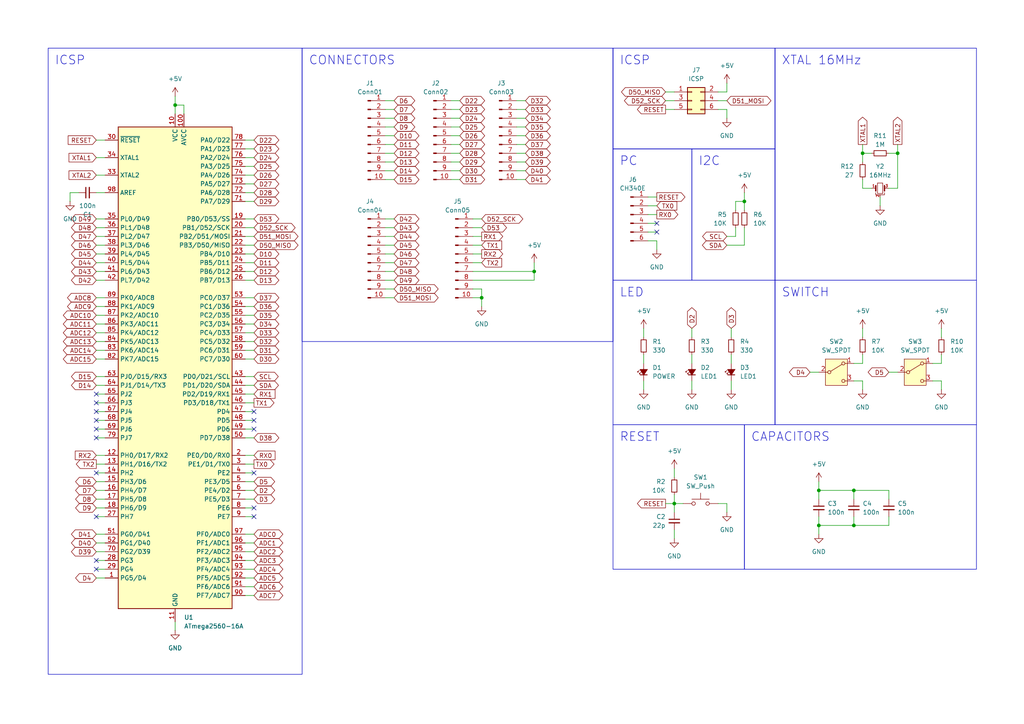
<source format=kicad_sch>
(kicad_sch (version 20231120) (generator "eeschema") (generator_version "8.0")
  (paper "A4")
  (title_block (title "ATmega 2560 Compatible Boards") (date "2024-09-14") (company "TOINOT²"))
  (junction (at 195.58 146.05))
  (junction (at 237.49 142.24))
  (junction (at 154.94 78.74))
  (junction (at 139.7 86.36))
  (junction (at 379.73 58.42))
  (junction (at 237.49 152.4))
  (junction (at 247.65 152.4))
  (junction (at 359.41 58.42))
  (junction (at 397.51 71.12))
  (junction (at 215.9 58.42))
  (junction (at 384.81 71.12))
  (junction (at 260.35 44.45))
  (junction (at 377.19 58.42))
  (junction (at 379.73 71.12))
  (junction (at 50.8 30.48))
  (junction (at 250.19 44.45))
  (junction (at 384.81 58.42))
  (junction (at 247.65 142.24))
  (no_connect (at 73.66 121.92))
  (no_connect (at 190.5 67.31))
  (no_connect (at 27.94 165.1))
  (no_connect (at 27.94 149.86))
  (no_connect (at 27.94 114.3))
  (no_connect (at 27.94 124.46))
  (no_connect (at 27.94 121.92))
  (no_connect (at 73.66 137.16))
  (no_connect (at 73.66 119.38))
  (no_connect (at 27.94 116.84))
  (no_connect (at 27.94 127))
  (no_connect (at 27.94 119.38))
  (no_connect (at 73.66 124.46))
  (no_connect (at 73.66 149.86))
  (no_connect (at 27.94 137.16))
  (no_connect (at 190.5 64.77))
  (no_connect (at 73.66 147.32))
  (no_connect (at 27.94 162.56))
  (wire (pts (xy 379.73 62.23) (xy 379.73 58.42)))
  (wire (pts (xy 359.41 60.96) (xy 361.95 60.96)))
  (wire (pts (xy 133.35 34.29) (xy 130.81 34.29)))
  (wire (pts (xy 114.3 34.29) (xy 111.76 34.29)))
  (wire (pts (xy 27.94 132.08) (xy 30.48 132.08)))
  (wire (pts (xy 250.19 110.49) (xy 250.19 113.03)))
  (wire (pts (xy 133.35 49.53) (xy 130.81 49.53)))
  (wire (pts (xy 379.73 67.31) (xy 379.73 71.12)))
  (wire (pts (xy 27.94 160.02) (xy 30.48 160.02)))
  (wire (pts (xy 195.58 146.05) (xy 198.12 146.05)))
  (wire (pts (xy 260.35 41.91) (xy 260.35 44.45)))
  (wire (pts (xy 384.81 71.12) (xy 387.35 71.12)))
  (wire (pts (xy 114.3 29.21) (xy 111.76 29.21)))
  (wire (pts (xy 186.69 95.25) (xy 186.69 97.79)))
  (wire (pts (xy 139.7 83.82) (xy 137.16 83.82)))
  (wire (pts (xy 397.51 58.42) (xy 397.51 71.12)))
  (wire (pts (xy 22.86 55.88) (xy 20.32 55.88)))
  (wire (pts (xy 114.3 49.53) (xy 111.76 49.53)))
  (wire (pts (xy 213.36 60.96) (xy 213.36 58.42)))
  (wire (pts (xy 139.7 86.36) (xy 139.7 88.9)))
  (wire (pts (xy 71.12 93.98) (xy 73.66 93.98)))
  (wire (pts (xy 384.81 68.58) (xy 384.81 71.12)))
  (wire (pts (xy 133.35 44.45) (xy 130.81 44.45)))
  (wire (pts (xy 71.12 142.24) (xy 73.66 142.24)))
  (wire (pts (xy 356.87 58.42) (xy 359.41 58.42)))
  (wire (pts (xy 27.94 88.9) (xy 30.48 88.9)))
  (wire (pts (xy 71.12 101.6) (xy 73.66 101.6)))
  (wire (pts (xy 71.12 55.88) (xy 73.66 55.88)))
  (wire (pts (xy 152.4 39.37) (xy 149.86 39.37)))
  (wire (pts (xy 213.36 66.04) (xy 213.36 68.58)))
  (wire (pts (xy 139.7 86.36) (xy 137.16 86.36)))
  (wire (pts (xy 71.12 149.86) (xy 73.66 149.86)))
  (wire (pts (xy 215.9 58.42) (xy 215.9 60.96)))
  (wire (pts (xy 210.82 68.58) (xy 213.36 68.58)))
  (wire (pts (xy 377.19 71.12) (xy 379.73 71.12)))
  (wire (pts (xy 195.58 143.51) (xy 195.58 146.05)))
  (wire (pts (xy 152.4 36.83) (xy 149.86 36.83)))
  (wire (pts (xy 247.65 149.86) (xy 247.65 152.4)))
  (wire (pts (xy 379.73 71.12) (xy 384.81 71.12)))
  (wire (pts (xy 392.43 58.42) (xy 397.51 58.42)))
  (wire (pts (xy 71.12 73.66) (xy 73.66 73.66)))
  (wire (pts (xy 71.12 160.02) (xy 73.66 160.02)))
  (wire (pts (xy 154.94 81.28) (xy 154.94 78.74)))
  (wire (pts (xy 133.35 52.07) (xy 130.81 52.07)))
  (wire (pts (xy 27.94 142.24) (xy 30.48 142.24)))
  (wire (pts (xy 139.7 63.5) (xy 137.16 63.5)))
  (wire (pts (xy 152.4 46.99) (xy 149.86 46.99)))
  (wire (pts (xy 71.12 68.58) (xy 73.66 68.58)))
  (wire (pts (xy 152.4 52.07) (xy 149.86 52.07)))
  (wire (pts (xy 210.82 29.21) (xy 208.28 29.21)))
  (wire (pts (xy 200.66 95.25) (xy 200.66 97.79)))
  (wire (pts (xy 190.5 69.85) (xy 190.5 72.39)))
  (wire (pts (xy 71.12 121.92) (xy 73.66 121.92)))
  (wire (pts (xy 257.81 149.86) (xy 257.81 152.4)))
  (wire (pts (xy 27.94 55.88) (xy 30.48 55.88)))
  (wire (pts (xy 237.49 152.4) (xy 247.65 152.4)))
  (wire (pts (xy 71.12 109.22) (xy 73.66 109.22)))
  (wire (pts (xy 367.03 58.42) (xy 369.57 58.42)))
  (wire (pts (xy 152.4 49.53) (xy 149.86 49.53)))
  (wire (pts (xy 237.49 149.86) (xy 237.49 152.4)))
  (wire (pts (xy 212.09 113.03) (xy 212.09 110.49)))
  (wire (pts (xy 252.73 54.61) (xy 250.19 54.61)))
  (wire (pts (xy 71.12 99.06) (xy 73.66 99.06)))
  (wire (pts (xy 71.12 45.72) (xy 73.66 45.72)))
  (wire (pts (xy 27.94 157.48) (xy 30.48 157.48)))
  (wire (pts (xy 27.94 81.28) (xy 30.48 81.28)))
  (wire (pts (xy 359.41 58.42) (xy 361.95 58.42)))
  (wire (pts (xy 152.4 31.75) (xy 149.86 31.75)))
  (wire (pts (xy 154.94 76.2) (xy 154.94 78.74)))
  (wire (pts (xy 27.94 86.36) (xy 30.48 86.36)))
  (wire (pts (xy 247.65 105.41) (xy 250.19 105.41)))
  (wire (pts (xy 200.66 102.87) (xy 200.66 105.41)))
  (wire (pts (xy 210.82 26.67) (xy 208.28 26.67)))
  (wire (pts (xy 200.66 113.03) (xy 200.66 110.49)))
  (wire (pts (xy 27.94 99.06) (xy 30.48 99.06)))
  (wire (pts (xy 114.3 46.99) (xy 111.76 46.99)))
  (wire (pts (xy 53.34 30.48) (xy 53.34 33.02)))
  (wire (pts (xy 50.8 180.34) (xy 50.8 182.88)))
  (wire (pts (xy 114.3 73.66) (xy 111.76 73.66)))
  (wire (pts (xy 71.12 96.52) (xy 73.66 96.52)))
  (wire (pts (xy 273.05 95.25) (xy 273.05 97.79)))
  (wire (pts (xy 27.94 68.58) (xy 30.48 68.58)))
  (wire (pts (xy 137.16 78.74) (xy 154.94 78.74)))
  (wire (pts (xy 27.94 71.12) (xy 30.48 71.12)))
  (wire (pts (xy 114.3 66.04) (xy 111.76 66.04)))
  (wire (pts (xy 152.4 44.45) (xy 149.86 44.45)))
  (wire (pts (xy 71.12 170.18) (xy 73.66 170.18)))
  (wire (pts (xy 27.94 104.14) (xy 30.48 104.14)))
  (wire (pts (xy 27.94 147.32) (xy 30.48 147.32)))
  (wire (pts (xy 71.12 40.64) (xy 73.66 40.64)))
  (wire (pts (xy 71.12 50.8) (xy 73.66 50.8)))
  (wire (pts (xy 71.12 76.2) (xy 73.66 76.2)))
  (wire (pts (xy 27.94 162.56) (xy 30.48 162.56)))
  (wire (pts (xy 374.65 58.42) (xy 377.19 58.42)))
  (wire (pts (xy 27.94 111.76) (xy 30.48 111.76)))
  (wire (pts (xy 139.7 73.66) (xy 137.16 73.66)))
  (wire (pts (xy 27.94 114.3) (xy 30.48 114.3)))
  (wire (pts (xy 379.73 58.42) (xy 384.81 58.42)))
  (wire (pts (xy 27.94 144.78) (xy 30.48 144.78)))
  (wire (pts (xy 377.19 60.96) (xy 377.19 58.42)))
  (wire (pts (xy 139.7 66.04) (xy 137.16 66.04)))
  (wire (pts (xy 71.12 157.48) (xy 73.66 157.48)))
  (wire (pts (xy 257.81 54.61) (xy 260.35 54.61)))
  (wire (pts (xy 114.3 76.2) (xy 111.76 76.2)))
  (wire (pts (xy 215.9 66.04) (xy 215.9 71.12)))
  (wire (pts (xy 27.94 124.46) (xy 30.48 124.46)))
  (wire (pts (xy 186.69 102.87) (xy 186.69 105.41)))
  (wire (pts (xy 27.94 96.52) (xy 30.48 96.52)))
  (wire (pts (xy 27.94 127) (xy 30.48 127)))
  (wire (pts (xy 210.82 31.75) (xy 210.82 34.29)))
  (wire (pts (xy 210.82 24.13) (xy 210.82 26.67)))
  (wire (pts (xy 114.3 68.58) (xy 111.76 68.58)))
  (wire (pts (xy 71.12 111.76) (xy 73.66 111.76)))
  (wire (pts (xy 257.81 142.24) (xy 257.81 144.78)))
  (wire (pts (xy 27.94 165.1) (xy 30.48 165.1)))
  (wire (pts (xy 71.12 144.78) (xy 73.66 144.78)))
  (wire (pts (xy 71.12 81.28) (xy 73.66 81.28)))
  (wire (pts (xy 384.81 60.96) (xy 384.81 58.42)))
  (wire (pts (xy 247.65 152.4) (xy 257.81 152.4)))
  (wire (pts (xy 133.35 29.21) (xy 130.81 29.21)))
  (wire (pts (xy 133.35 31.75) (xy 130.81 31.75)))
  (wire (pts (xy 250.19 95.25) (xy 250.19 97.79)))
  (wire (pts (xy 114.3 36.83) (xy 111.76 36.83)))
  (wire (pts (xy 210.82 146.05) (xy 210.82 148.59)))
  (wire (pts (xy 187.96 57.15) (xy 190.5 57.15)))
  (wire (pts (xy 27.94 109.22) (xy 30.48 109.22)))
  (wire (pts (xy 71.12 91.44) (xy 73.66 91.44)))
  (wire (pts (xy 250.19 44.45) (xy 250.19 46.99)))
  (wire (pts (xy 186.69 113.03) (xy 186.69 110.49)))
  (wire (pts (xy 71.12 172.72) (xy 73.66 172.72)))
  (wire (pts (xy 114.3 52.07) (xy 111.76 52.07)))
  (wire (pts (xy 137.16 81.28) (xy 154.94 81.28)))
  (wire (pts (xy 71.12 71.12) (xy 73.66 71.12)))
  (wire (pts (xy 237.49 142.24) (xy 247.65 142.24)))
  (wire (pts (xy 193.04 146.05) (xy 195.58 146.05)))
  (wire (pts (xy 250.19 102.87) (xy 250.19 105.41)))
  (wire (pts (xy 114.3 83.82) (xy 111.76 83.82)))
  (wire (pts (xy 193.04 26.67) (xy 195.58 26.67)))
  (wire (pts (xy 187.96 62.23) (xy 190.5 62.23)))
  (wire (pts (xy 195.58 146.05) (xy 195.58 148.59)))
  (wire (pts (xy 27.94 149.86) (xy 30.48 149.86)))
  (wire (pts (xy 210.82 71.12) (xy 215.9 71.12)))
  (wire (pts (xy 250.19 52.07) (xy 250.19 54.61)))
  (wire (pts (xy 27.94 91.44) (xy 30.48 91.44)))
  (wire (pts (xy 133.35 46.99) (xy 130.81 46.99)))
  (wire (pts (xy 250.19 41.91) (xy 250.19 44.45)))
  (wire (pts (xy 212.09 95.25) (xy 212.09 97.79)))
  (wire (pts (xy 114.3 41.91) (xy 111.76 41.91)))
  (wire (pts (xy 384.81 58.42) (xy 387.35 58.42)))
  (wire (pts (xy 50.8 33.02) (xy 50.8 30.48)))
  (wire (pts (xy 71.12 162.56) (xy 73.66 162.56)))
  (wire (pts (xy 71.12 154.94) (xy 73.66 154.94)))
  (wire (pts (xy 193.04 29.21) (xy 195.58 29.21)))
  (wire (pts (xy 27.94 50.8) (xy 30.48 50.8)))
  (wire (pts (xy 247.65 110.49) (xy 250.19 110.49)))
  (wire (pts (xy 27.94 119.38) (xy 30.48 119.38)))
  (wire (pts (xy 27.94 139.7) (xy 30.48 139.7)))
  (wire (pts (xy 27.94 167.64) (xy 30.48 167.64)))
  (wire (pts (xy 208.28 146.05) (xy 210.82 146.05)))
  (wire (pts (xy 27.94 93.98) (xy 30.48 93.98)))
  (wire (pts (xy 27.94 101.6) (xy 30.48 101.6)))
  (wire (pts (xy 27.94 73.66) (xy 30.48 73.66)))
  (wire (pts (xy 71.12 137.16) (xy 73.66 137.16)))
  (wire (pts (xy 27.94 121.92) (xy 30.48 121.92)))
  (wire (pts (xy 215.9 55.88) (xy 215.9 58.42)))
  (wire (pts (xy 139.7 83.82) (xy 139.7 86.36)))
  (wire (pts (xy 273.05 102.87) (xy 273.05 105.41)))
  (wire (pts (xy 255.27 57.15) (xy 255.27 59.69)))
  (wire (pts (xy 27.94 78.74) (xy 30.48 78.74)))
  (wire (pts (xy 71.12 104.14) (xy 73.66 104.14)))
  (wire (pts (xy 20.32 55.88) (xy 20.32 58.42)))
  (wire (pts (xy 27.94 63.5) (xy 30.48 63.5)))
  (wire (pts (xy 270.51 105.41) (xy 273.05 105.41)))
  (wire (pts (xy 27.94 45.72) (xy 30.48 45.72)))
  (wire (pts (xy 50.8 27.94) (xy 50.8 30.48)))
  (wire (pts (xy 397.51 71.12) (xy 397.51 73.66)))
  (wire (pts (xy 27.94 137.16) (xy 30.48 137.16)))
  (wire (pts (xy 359.41 58.42) (xy 359.41 60.96)))
  (wire (pts (xy 114.3 44.45) (xy 111.76 44.45)))
  (wire (pts (xy 27.94 76.2) (xy 30.48 76.2)))
  (wire (pts (xy 71.12 147.32) (xy 73.66 147.32)))
  (wire (pts (xy 27.94 154.94) (xy 30.48 154.94)))
  (wire (pts (xy 71.12 63.5) (xy 73.66 63.5)))
  (wire (pts (xy 27.94 134.62) (xy 30.48 134.62)))
  (wire (pts (xy 257.81 107.95) (xy 260.35 107.95)))
  (wire (pts (xy 210.82 31.75) (xy 208.28 31.75)))
  (wire (pts (xy 27.94 66.04) (xy 30.48 66.04)))
  (wire (pts (xy 71.12 167.64) (xy 73.66 167.64)))
  (wire (pts (xy 71.12 139.7) (xy 73.66 139.7)))
  (wire (pts (xy 377.19 58.42) (xy 379.73 58.42)))
  (wire (pts (xy 237.49 152.4) (xy 237.49 154.94)))
  (wire (pts (xy 234.95 107.95) (xy 237.49 107.95)))
  (wire (pts (xy 71.12 88.9) (xy 73.66 88.9)))
  (wire (pts (xy 273.05 110.49) (xy 273.05 113.03)))
  (wire (pts (xy 71.12 134.62) (xy 73.66 134.62)))
  (wire (pts (xy 152.4 41.91) (xy 149.86 41.91)))
  (wire (pts (xy 237.49 139.7) (xy 237.49 142.24)))
  (wire (pts (xy 257.81 44.45) (xy 260.35 44.45)))
  (wire (pts (xy 133.35 39.37) (xy 130.81 39.37)))
  (wire (pts (xy 139.7 68.58) (xy 137.16 68.58)))
  (wire (pts (xy 50.8 30.48) (xy 53.34 30.48)))
  (wire (pts (xy 195.58 153.67) (xy 195.58 156.21)))
  (wire (pts (xy 133.35 41.91) (xy 130.81 41.91)))
  (wire (pts (xy 114.3 86.36) (xy 111.76 86.36)))
  (wire (pts (xy 114.3 63.5) (xy 111.76 63.5)))
  (wire (pts (xy 152.4 29.21) (xy 149.86 29.21)))
  (wire (pts (xy 71.12 66.04) (xy 73.66 66.04)))
  (wire (pts (xy 71.12 119.38) (xy 73.66 119.38)))
  (wire (pts (xy 270.51 110.49) (xy 273.05 110.49)))
  (wire (pts (xy 190.5 67.31) (xy 187.96 67.31)))
  (wire (pts (xy 71.12 86.36) (xy 73.66 86.36)))
  (wire (pts (xy 71.12 124.46) (xy 73.66 124.46)))
  (wire (pts (xy 71.12 132.08) (xy 73.66 132.08)))
  (wire (pts (xy 187.96 69.85) (xy 190.5 69.85)))
  (wire (pts (xy 27.94 40.64) (xy 30.48 40.64)))
  (wire (pts (xy 139.7 71.12) (xy 137.16 71.12)))
  (wire (pts (xy 260.35 44.45) (xy 260.35 54.61)))
  (wire (pts (xy 247.65 142.24) (xy 257.81 142.24)))
  (wire (pts (xy 114.3 81.28) (xy 111.76 81.28)))
  (wire (pts (xy 71.12 114.3) (xy 73.66 114.3)))
  (wire (pts (xy 114.3 71.12) (xy 111.76 71.12)))
  (wire (pts (xy 212.09 102.87) (xy 212.09 105.41)))
  (wire (pts (xy 133.35 36.83) (xy 130.81 36.83)))
  (wire (pts (xy 187.96 59.69) (xy 190.5 59.69)))
  (wire (pts (xy 71.12 78.74) (xy 73.66 78.74)))
  (wire (pts (xy 237.49 144.78) (xy 237.49 142.24)))
  (wire (pts (xy 71.12 48.26) (xy 73.66 48.26)))
  (wire (pts (xy 195.58 135.89) (xy 195.58 138.43)))
  (wire (pts (xy 114.3 39.37) (xy 111.76 39.37)))
  (wire (pts (xy 71.12 127) (xy 73.66 127)))
  (wire (pts (xy 114.3 31.75) (xy 111.76 31.75)))
  (wire (pts (xy 71.12 116.84) (xy 73.66 116.84)))
  (wire (pts (xy 250.19 44.45) (xy 252.73 44.45)))
  (wire (pts (xy 247.65 142.24) (xy 247.65 144.78)))
  (wire (pts (xy 367.03 60.96) (xy 377.19 60.96)))
  (wire (pts (xy 114.3 78.74) (xy 111.76 78.74)))
  (wire (pts (xy 27.94 116.84) (xy 30.48 116.84)))
  (wire (pts (xy 71.12 165.1) (xy 73.66 165.1)))
  (wire (pts (xy 139.7 76.2) (xy 137.16 76.2)))
  (wire (pts (xy 71.12 58.42) (xy 73.66 58.42)))
  (wire (pts (xy 152.4 34.29) (xy 149.86 34.29)))
  (wire (pts (xy 71.12 53.34) (xy 73.66 53.34)))
  (wire (pts (xy 392.43 71.12) (xy 397.51 71.12)))
  (wire (pts (xy 71.12 43.18) (xy 73.66 43.18)))
  (wire (pts (xy 213.36 58.42) (xy 215.9 58.42)))
  (wire (pts (xy 187.96 64.77) (xy 190.5 64.77)))
  (wire (pts (xy 193.04 31.75) (xy 195.58 31.75)))
  (text_box "I2C" (at 200.66 43.18 0) (size 24.13 38.1) (effects (font (size 2.54 2.54)) (justify left top)))
  (text_box "RESET" (at 177.8 123.19 0) (size 38.1 41.91) (effects (font (size 2.54 2.54)) (justify left top)))
  (text_box "CONNECTORS" (at 87.63 13.97 0) (size 90.17 85.09) (effects (font (size 2.54 2.54)) (justify left top)))
  (text_box "PC" (at 177.8 43.18 0) (size 22.86 38.1) (effects (font (size 2.54 2.54)) (justify left top)))
  (text_box "XTAL 16MHz" (at 224.79 13.97 0) (size 58.42 67.31) (effects (font (size 2.54 2.54)) (justify left top)))
  (text_box "ICSP" (at 177.8 13.97 0) (size 46.99 29.21) (effects (font (size 2.54 2.54)) (justify left top)))
  (text_box "LED" (at 177.8 81.28 0) (size 46.99 41.91) (effects (font (size 2.54 2.54)) (justify left top)))
  (text_box "ICSP" (at 13.97 13.97 0) (size 73.66 181.61) (effects (font (size 2.54 2.54)) (justify left top)))
  (text_box "CAPACITORS" (at 215.9 123.19 0) (size 67.31 41.91) (effects (font (size 2.54 2.54)) (justify left top)))
  (text_box "SWITCH" (at 224.79 81.28 0) (size 58.42 41.91) (effects (font (size 2.54 2.54)) (justify left top)))
  (global_label "D23" (shape bidirectional) (at 133.35 31.75 0) (property "Intersheetrefs" "${INTERSHEET_REFS}" (effects (hide yes))))
  (global_label "D50_MISO" (shape bidirectional) (at 114.3 83.82 0) (property "Intersheetrefs" "${INTERSHEET_REFS}" (effects (hide yes))))
  (global_label "ADC0" (shape bidirectional) (at 73.66 154.94 0) (property "Intersheetrefs" "${INTERSHEET_REFS}" (effects (hide yes))))
  (global_label "ADC4" (shape bidirectional) (at 73.66 165.1 0) (property "Intersheetrefs" "${INTERSHEET_REFS}" (effects (hide yes))))
  (global_label "D8" (shape bidirectional) (at 114.3 34.29 0) (property "Intersheetrefs" "${INTERSHEET_REFS}" (effects (hide yes))))
  (global_label "D4" (shape bidirectional) (at 27.94 167.64 180) (property "Intersheetrefs" "${INTERSHEET_REFS}" (effects (hide yes))))
  (global_label "XTAL1" (shape output) (at 250.19 41.91 90) (property "Intersheetrefs" "${INTERSHEET_REFS}" (effects (hide yes))))
  (global_label "D39" (shape bidirectional) (at 152.4 46.99 0) (property "Intersheetrefs" "${INTERSHEET_REFS}" (effects (hide yes))))
  (global_label "XTAL1" (shape output) (at 356.87 58.42 180) (property "Intersheetrefs" "${INTERSHEET_REFS}" (effects (hide yes))))
  (global_label "D31" (shape bidirectional) (at 133.35 52.07 0) (property "Intersheetrefs" "${INTERSHEET_REFS}" (effects (hide yes))))
  (global_label "D24" (shape bidirectional) (at 73.66 45.72 0) (property "Intersheetrefs" "${INTERSHEET_REFS}" (effects (hide yes))))
  (global_label "D9" (shape bidirectional) (at 27.94 147.32 180) (property "Intersheetrefs" "${INTERSHEET_REFS}" (effects (hide yes))))
  (global_label "D8" (shape bidirectional) (at 27.94 144.78 180) (property "Intersheetrefs" "${INTERSHEET_REFS}" (effects (hide yes))))
  (global_label "D34" (shape bidirectional) (at 152.4 34.29 0) (property "Intersheetrefs" "${INTERSHEET_REFS}" (effects (hide yes))))
  (global_label "D47" (shape bidirectional) (at 27.94 68.58 180) (property "Intersheetrefs" "${INTERSHEET_REFS}" (effects (hide yes))))
  (global_label "D50_MISO" (shape bidirectional) (at 193.04 26.67 180) (property "Intersheetrefs" "${INTERSHEET_REFS}" (effects (hide yes))))
  (global_label "TX0" (shape input) (at 190.5 59.69 0) (property "Intersheetrefs" "${INTERSHEET_REFS}" (effects (hide yes))))
  (global_label "D35" (shape bidirectional) (at 73.66 91.44 0) (property "Intersheetrefs" "${INTERSHEET_REFS}" (effects (hide yes))))
  (global_label "D47" (shape bidirectional) (at 114.3 76.2 0) (property "Intersheetrefs" "${INTERSHEET_REFS}" (effects (hide yes))))
  (global_label "RX0" (shape output) (at 190.5 62.23 0) (property "Intersheetrefs" "${INTERSHEET_REFS}" (effects (hide yes))))
  (global_label "D7" (shape bidirectional) (at 114.3 31.75 0) (property "Intersheetrefs" "${INTERSHEET_REFS}" (effects (hide yes))))
  (global_label "D14" (shape bidirectional) (at 27.94 111.76 180) (property "Intersheetrefs" "${INTERSHEET_REFS}" (effects (hide yes))))
  (global_label "TX1" (shape output) (at 73.66 116.84 0) (property "Intersheetrefs" "${INTERSHEET_REFS}" (effects (hide yes))))
  (global_label "D52_SCK" (shape bidirectional) (at 193.04 29.21 180) (property "Intersheetrefs" "${INTERSHEET_REFS}" (effects (hide yes))))
  (global_label "D13" (shape bidirectional) (at 114.3 46.99 0) (property "Intersheetrefs" "${INTERSHEET_REFS}" (effects (hide yes))))
  (global_label "ADC13" (shape bidirectional) (at 27.94 99.06 180) (property "Intersheetrefs" "${INTERSHEET_REFS}" (effects (hide yes))))
  (global_label "D5" (shape bidirectional) (at 257.81 107.95 180) (property "Intersheetrefs" "${INTERSHEET_REFS}" (effects (hide yes))))
  (global_label "D27" (shape bidirectional) (at 133.35 41.91 0) (property "Intersheetrefs" "${INTERSHEET_REFS}" (effects (hide yes))))
  (global_label "D53" (shape bidirectional) (at 139.7 66.04 0) (property "Intersheetrefs" "${INTERSHEET_REFS}" (effects (hide yes))))
  (global_label "D3" (shape bidirectional) (at 73.66 144.78 0) (property "Intersheetrefs" "${INTERSHEET_REFS}" (effects (hide yes))))
  (global_label "D51_MOSI" (shape bidirectional) (at 210.82 29.21 0) (property "Intersheetrefs" "${INTERSHEET_REFS}" (effects (hide yes))))
  (global_label "RESET" (shape output) (at 193.04 31.75 180) (property "Intersheetrefs" "${INTERSHEET_REFS}" (effects (hide yes))))
  (global_label "XTAL2" (shape input) (at 27.94 50.8 180) (property "Intersheetrefs" "${INTERSHEET_REFS}" (effects (hide yes))))
  (global_label "D2" (shape bidirectional) (at 73.66 142.24 0) (property "Intersheetrefs" "${INTERSHEET_REFS}" (effects (hide yes))))
  (global_label "ADC8" (shape bidirectional) (at 27.94 86.36 180) (property "Intersheetrefs" "${INTERSHEET_REFS}" (effects (hide yes))))
  (global_label "D44" (shape bidirectional) (at 114.3 68.58 0) (property "Intersheetrefs" "${INTERSHEET_REFS}" (effects (hide yes))))
  (global_label "D40" (shape bidirectional) (at 152.4 49.53 0) (property "Intersheetrefs" "${INTERSHEET_REFS}" (effects (hide yes))))
  (global_label "D12" (shape bidirectional) (at 73.66 78.74 0) (property "Intersheetrefs" "${INTERSHEET_REFS}" (effects (hide yes))))
  (global_label "D6" (shape bidirectional) (at 114.3 29.21 0) (property "Intersheetrefs" "${INTERSHEET_REFS}" (effects (hide yes))))
  (global_label "ADC11" (shape bidirectional) (at 27.94 93.98 180) (property "Intersheetrefs" "${INTERSHEET_REFS}" (effects (hide yes))))
  (global_label "D13" (shape bidirectional) (at 73.66 81.28 0) (property "Intersheetrefs" "${INTERSHEET_REFS}" (effects (hide yes))))
  (global_label "D3" (shape bidirectional) (at 212.09 95.25 90) (property "Intersheetrefs" "${INTERSHEET_REFS}" (effects (hide yes))))
  (global_label "D28" (shape bidirectional) (at 73.66 55.88 0) (property "Intersheetrefs" "${INTERSHEET_REFS}" (effects (hide yes))))
  (global_label "D41" (shape bidirectional) (at 27.94 154.94 180) (property "Intersheetrefs" "${INTERSHEET_REFS}" (effects (hide yes))))
  (global_label "SDA" (shape bidirectional) (at 73.66 111.76 0) (property "Intersheetrefs" "${INTERSHEET_REFS}" (effects (hide yes))))
  (global_label "ADC14" (shape bidirectional) (at 27.94 101.6 180) (property "Intersheetrefs" "${INTERSHEET_REFS}" (effects (hide yes))))
  (global_label "D49" (shape bidirectional) (at 27.94 63.5 180) (property "Intersheetrefs" "${INTERSHEET_REFS}" (effects (hide yes))))
  (global_label "XTAL2" (shape output) (at 260.35 41.91 90) (property "Intersheetrefs" "${INTERSHEET_REFS}" (effects (hide yes))))
  (global_label "RX1" (shape output) (at 139.7 68.58 0) (property "Intersheetrefs" "${INTERSHEET_REFS}" (effects (hide yes))))
  (global_label "D37" (shape bidirectional) (at 73.66 86.36 0) (property "Intersheetrefs" "${INTERSHEET_REFS}" (effects (hide yes))))
  (global_label "XTAL1" (shape input) (at 27.94 45.72 180) (property "Intersheetrefs" "${INTERSHEET_REFS}" (effects (hide yes))))
  (global_label "D29" (shape bidirectional) (at 73.66 58.42 0) (property "Intersheetrefs" "${INTERSHEET_REFS}" (effects (hide yes))))
  (global_label "D53" (shape bidirectional) (at 73.66 63.5 0) (property "Intersheetrefs" "${INTERSHEET_REFS}" (effects (hide yes))))
  (global_label "D37" (shape bidirectional) (at 152.4 41.91 0) (property "Intersheetrefs" "${INTERSHEET_REFS}" (effects (hide yes))))
  (global_label "D49" (shape bidirectional) (at 114.3 81.28 0) (property "Intersheetrefs" "${INTERSHEET_REFS}" (effects (hide yes))))
  (global_label "D9" (shape bidirectional) (at 114.3 36.83 0) (property "Intersheetrefs" "${INTERSHEET_REFS}" (effects (hide yes))))
  (global_label "ADC7" (shape bidirectional) (at 73.66 172.72 0) (property "Intersheetrefs" "${INTERSHEET_REFS}" (effects (hide yes))))
  (global_label "D6" (shape bidirectional) (at 27.94 139.7 180) (property "Intersheetrefs" "${INTERSHEET_REFS}" (effects (hide yes))))
  (global_label "D52_SCK" (shape bidirectional) (at 73.66 66.04 0) (property "Intersheetrefs" "${INTERSHEET_REFS}" (effects (hide yes))))
  (global_label "D23" (shape bidirectional) (at 73.66 43.18 0) (property "Intersheetrefs" "${INTERSHEET_REFS}" (effects (hide yes))))
  (global_label "ADC15" (shape bidirectional) (at 27.94 104.14 180) (property "Intersheetrefs" "${INTERSHEET_REFS}" (effects (hide yes))))
  (global_label "D10" (shape bidirectional) (at 73.66 73.66 0) (property "Intersheetrefs" "${INTERSHEET_REFS}" (effects (hide yes))))
  (global_label "D27" (shape bidirectional) (at 73.66 53.34 0) (property "Intersheetrefs" "${INTERSHEET_REFS}" (effects (hide yes))))
  (global_label "D11" (shape bidirectional) (at 73.66 76.2 0) (property "Intersheetrefs" "${INTERSHEET_REFS}" (effects (hide yes))))
  (global_label "D31" (shape bidirectional) (at 73.66 101.6 0) (property "Intersheetrefs" "${INTERSHEET_REFS}" (effects (hide yes))))
  (global_label "D51_MOSI" (shape bidirectional) (at 73.66 68.58 0) (property "Intersheetrefs" "${INTERSHEET_REFS}" (effects (hide yes))))
  (global_label "XTAL2" (shape output) (at 377.19 71.12 180) (property "Intersheetrefs" "${INTERSHEET_REFS}" (effects (hide yes))))
  (global_label "ADC2" (shape bidirectional) (at 73.66 160.02 0) (property "Intersheetrefs" "${INTERSHEET_REFS}" (effects (hide yes))))
  (global_label "D26" (shape bidirectional) (at 133.35 39.37 0) (property "Intersheetrefs" "${INTERSHEET_REFS}" (effects (hide yes))))
  (global_label "SCL" (shape bidirectional) (at 73.66 109.22 0) (property "Intersheetrefs" "${INTERSHEET_REFS}" (effects (hide yes))))
  (global_label "D7" (shape bidirectional) (at 27.94 142.24 180) (property "Intersheetrefs" "${INTERSHEET_REFS}" (effects (hide yes))))
  (global_label "TX1" (shape input) (at 139.7 71.12 0) (property "Intersheetrefs" "${INTERSHEET_REFS}" (effects (hide yes))))
  (global_label "D32" (shape bidirectional) (at 73.66 99.06 0) (property "Intersheetrefs" "${INTERSHEET_REFS}" (effects (hide yes))))
  (global_label "RX2" (shape input) (at 27.94 132.08 180) (property "Intersheetrefs" "${INTERSHEET_REFS}" (effects (hide yes))))
  (global_label "ADC9" (shape bidirectional) (at 27.94 88.9 180) (property "Intersheetrefs" "${INTERSHEET_REFS}" (effects (hide yes))))
  (global_label "ADC1" (shape bidirectional) (at 73.66 157.48 0) (property "Intersheetrefs" "${INTERSHEET_REFS}" (effects (hide yes))))
  (global_label "D38" (shape bidirectional) (at 73.66 127 0) (property "Intersheetrefs" "${INTERSHEET_REFS}" (effects (hide yes))))
  (global_label "D34" (shape bidirectional) (at 73.66 93.98 0) (property "Intersheetrefs" "${INTERSHEET_REFS}" (effects (hide yes))))
  (global_label "D33" (shape bidirectional) (at 152.4 31.75 0) (property "Intersheetrefs" "${INTERSHEET_REFS}" (effects (hide yes))))
  (global_label "D5" (shape bidirectional) (at 73.66 139.7 0) (property "Intersheetrefs" "${INTERSHEET_REFS}" (effects (hide yes))))
  (global_label "ADC5" (shape bidirectional) (at 73.66 167.64 0) (property "Intersheetrefs" "${INTERSHEET_REFS}" (effects (hide yes))))
  (global_label "D40" (shape bidirectional) (at 27.94 157.48 180) (property "Intersheetrefs" "${INTERSHEET_REFS}" (effects (hide yes))))
  (global_label "D44" (shape bidirectional) (at 27.94 76.2 180) (property "Intersheetrefs" "${INTERSHEET_REFS}" (effects (hide yes))))
  (global_label "D42" (shape bidirectional) (at 114.3 63.5 0) (property "Intersheetrefs" "${INTERSHEET_REFS}" (effects (hide yes))))
  (global_label "D42" (shape bidirectional) (at 27.94 81.28 180) (property "Intersheetrefs" "${INTERSHEET_REFS}" (effects (hide yes))))
  (global_label "D43" (shape bidirectional) (at 114.3 66.04 0) (property "Intersheetrefs" "${INTERSHEET_REFS}" (effects (hide yes))))
  (global_label "D30" (shape bidirectional) (at 73.66 104.14 0) (property "Intersheetrefs" "${INTERSHEET_REFS}" (effects (hide yes))))
  (global_label "RESET" (shape output) (at 190.5 57.15 0) (property "Intersheetrefs" "${INTERSHEET_REFS}" (effects (hide yes))))
  (global_label "D48" (shape bidirectional) (at 114.3 78.74 0) (property "Intersheetrefs" "${INTERSHEET_REFS}" (effects (hide yes))))
  (global_label "D25" (shape bidirectional) (at 73.66 48.26 0) (property "Intersheetrefs" "${INTERSHEET_REFS}" (effects (hide yes))))
  (global_label "D14" (shape bidirectional) (at 114.3 49.53 0) (property "Intersheetrefs" "${INTERSHEET_REFS}" (effects (hide yes))))
  (global_label "D48" (shape bidirectional) (at 27.94 66.04 180) (property "Intersheetrefs" "${INTERSHEET_REFS}" (effects (hide yes))))
  (global_label "TX2" (shape output) (at 27.94 134.62 180) (property "Intersheetrefs" "${INTERSHEET_REFS}" (effects (hide yes))))
  (global_label "D41" (shape bidirectional) (at 152.4 52.07 0) (property "Intersheetrefs" "${INTERSHEET_REFS}" (effects (hide yes))))
  (global_label "D12" (shape bidirectional) (at 114.3 44.45 0) (property "Intersheetrefs" "${INTERSHEET_REFS}" (effects (hide yes))))
  (global_label "D46" (shape bidirectional) (at 114.3 73.66 0) (property "Intersheetrefs" "${INTERSHEET_REFS}" (effects (hide yes))))
  (global_label "D15" (shape bidirectional) (at 114.3 52.07 0) (property "Intersheetrefs" "${INTERSHEET_REFS}" (effects (hide yes))))
  (global_label "D11" (shape bidirectional) (at 114.3 41.91 0) (property "Intersheetrefs" "${INTERSHEET_REFS}" (effects (hide yes))))
  (global_label "TX0" (shape output) (at 73.66 134.62 0) (property "Intersheetrefs" "${INTERSHEET_REFS}" (effects (hide yes))))
  (global_label "RESET" (shape input) (at 27.94 40.64 180) (property "Intersheetrefs" "${INTERSHEET_REFS}" (effects (hide yes))))
  (global_label "SCL" (shape bidirectional) (at 210.82 68.58 180) (property "Intersheetrefs" "${INTERSHEET_REFS}" (effects (hide yes))))
  (global_label "D24" (shape bidirectional) (at 133.35 34.29 0) (property "Intersheetrefs" "${INTERSHEET_REFS}" (effects (hide yes))))
  (global_label "D39" (shape bidirectional) (at 27.94 160.02 180) (property "Intersheetrefs" "${INTERSHEET_REFS}" (effects (hide yes))))
  (global_label "D15" (shape bidirectional) (at 27.94 109.22 180) (property "Intersheetrefs" "${INTERSHEET_REFS}" (effects (hide yes))))
  (global_label "D45" (shape bidirectional) (at 27.94 73.66 180) (property "Intersheetrefs" "${INTERSHEET_REFS}" (effects (hide yes))))
  (global_label "D33" (shape bidirectional) (at 73.66 96.52 0) (property "Intersheetrefs" "${INTERSHEET_REFS}" (effects (hide yes))))
  (global_label "RX0" (shape input) (at 73.66 132.08 0) (property "Intersheetrefs" "${INTERSHEET_REFS}" (effects (hide yes))))
  (global_label "D30" (shape bidirectional) (at 133.35 49.53 0) (property "Intersheetrefs" "${INTERSHEET_REFS}" (effects (hide yes))))
  (global_label "D35" (shape bidirectional) (at 152.4 36.83 0) (property "Intersheetrefs" "${INTERSHEET_REFS}" (effects (hide yes))))
  (global_label "TX2" (shape input) (at 139.7 76.2 0) (property "Intersheetrefs" "${INTERSHEET_REFS}" (effects (hide yes))))
  (global_label "D10" (shape bidirectional) (at 114.3 39.37 0) (property "Intersheetrefs" "${INTERSHEET_REFS}" (effects (hide yes))))
  (global_label "D25" (shape bidirectional) (at 133.35 36.83 0) (property "Intersheetrefs" "${INTERSHEET_REFS}" (effects (hide yes))))
  (global_label "D22" (shape bidirectional) (at 73.66 40.64 0) (property "Intersheetrefs" "${INTERSHEET_REFS}" (effects (hide yes))))
  (global_label "D46" (shape bidirectional) (at 27.94 71.12 180) (property "Intersheetrefs" "${INTERSHEET_REFS}" (effects (hide yes))))
  (global_label "D36" (shape bidirectional) (at 152.4 39.37 0) (property "Intersheetrefs" "${INTERSHEET_REFS}" (effects (hide yes))))
  (global_label "D26" (shape bidirectional) (at 73.66 50.8 0) (property "Intersheetrefs" "${INTERSHEET_REFS}" (effects (hide yes))))
  (global_label "D28" (shape bidirectional) (at 133.35 44.45 0) (property "Intersheetrefs" "${INTERSHEET_REFS}" (effects (hide yes))))
  (global_label "D38" (shape bidirectional) (at 152.4 44.45 0) (property "Intersheetrefs" "${INTERSHEET_REFS}" (effects (hide yes))))
  (global_label "D51_MOSI" (shape bidirectional) (at 114.3 86.36 0) (property "Intersheetrefs" "${INTERSHEET_REFS}" (effects (hide yes))))
  (global_label "D32" (shape bidirectional) (at 152.4 29.21 0) (property "Intersheetrefs" "${INTERSHEET_REFS}" (effects (hide yes))))
  (global_label "D22" (shape bidirectional) (at 133.35 29.21 0) (property "Intersheetrefs" "${INTERSHEET_REFS}" (effects (hide yes))))
  (global_label "ADC10" (shape bidirectional) (at 27.94 91.44 180) (property "Intersheetrefs" "${INTERSHEET_REFS}" (effects (hide yes))))
  (global_label "D36" (shape bidirectional) (at 73.66 88.9 0) (property "Intersheetrefs" "${INTERSHEET_REFS}" (effects (hide yes))))
  (global_label "D45" (shape bidirectional) (at 114.3 71.12 0) (property "Intersheetrefs" "${INTERSHEET_REFS}" (effects (hide yes))))
  (global_label "SDA" (shape bidirectional) (at 210.82 71.12 180) (property "Intersheetrefs" "${INTERSHEET_REFS}" (effects (hide yes))))
  (global_label "D2" (shape bidirectional) (at 200.66 95.25 90) (property "Intersheetrefs" "${INTERSHEET_REFS}" (effects (hide yes))))
  (global_label "ADC6" (shape bidirectional) (at 73.66 170.18 0) (property "Intersheetrefs" "${INTERSHEET_REFS}" (effects (hide yes))))
  (global_label "D43" (shape bidirectional) (at 27.94 78.74 180) (property "Intersheetrefs" "${INTERSHEET_REFS}" (effects (hide yes))))
  (global_label "RESET" (shape output) (at 193.04 146.05 180) (property "Intersheetrefs" "${INTERSHEET_REFS}" (effects (hide yes))))
  (global_label "D50_MISO" (shape bidirectional) (at 73.66 71.12 0) (property "Intersheetrefs" "${INTERSHEET_REFS}" (effects (hide yes))))
  (global_label "D29" (shape bidirectional) (at 133.35 46.99 0) (property "Intersheetrefs" "${INTERSHEET_REFS}" (effects (hide yes))))
  (global_label "RX1" (shape input) (at 73.66 114.3 0) (property "Intersheetrefs" "${INTERSHEET_REFS}" (effects (hide yes))))
  (global_label "ADC3" (shape bidirectional) (at 73.66 162.56 0) (property "Intersheetrefs" "${INTERSHEET_REFS}" (effects (hide yes))))
  (global_label "RX2" (shape output) (at 139.7 73.66 0) (property "Intersheetrefs" "${INTERSHEET_REFS}" (effects (hide yes))))
  (global_label "D4" (shape bidirectional) (at 234.95 107.95 180) (property "Intersheetrefs" "${INTERSHEET_REFS}" (effects (hide yes))))
  (global_label "ADC12" (shape bidirectional) (at 27.94 96.52 180) (property "Intersheetrefs" "${INTERSHEET_REFS}" (effects (hide yes))))
  (global_label "D52_SCK" (shape bidirectional) (at 139.7 63.5 0) (property "Intersheetrefs" "${INTERSHEET_REFS}" (effects (hide yes))))
  (symbol (lib_id "power:GND") (at 186.69 113.03 0) (unit 1)
    (property "Reference" "#PWR07" (effects (hide yes)))
    (property "Value" "GND" (at 186.69 118.11 0))
    (property "Description" "Power symbol creates a global label with name \"GND\" , ground" (effects (hide yes)))
  )
  (symbol (lib_id "Connector:Conn_01x10_Pin") (at 125.73 39.37 0) (unit 1)
    (property "Reference" "J2" (at 126.365 24.13 0))
    (property "Value" "Conn02" (at 126.365 26.67 0))
    (property "Description" "Generic connector, single row, 01x10, script generated" (effects (hide yes)))
  )
  (symbol (lib_id "power:GND") (at 210.82 148.59 0) (unit 1)
    (property "Reference" "#PWR014" (effects (hide yes)))
    (property "Value" "GND" (at 210.82 153.67 0))
    (property "Description" "Power symbol creates a global label with name \"GND\" , ground" (effects (hide yes)))
  )
  (symbol (lib_id "power:GND") (at 255.27 59.69 0) (unit 1)
    (property "Reference" "#PWR024" (effects (hide yes)))
    (property "Value" "GND" (at 255.27 64.77 0))
    (property "Description" "Power symbol creates a global label with name \"GND\" , ground" (effects (hide yes)))
  )
  (symbol (lib_id "Device:Crystal_GND2_Small") (at 255.27 54.61 0) (unit 1)
    (property "Reference" "Y2" (at 255.27 48.26 0))
    (property "Value" "16MHz" (at 255.27 50.8 0))
    (property "Description" "Three pin crystal, GND on pin 2, small symbol" (effects (hide yes)))
  )
  (symbol (lib_id "power:GND") (at 200.66 113.03 0) (unit 1)
    (property "Reference" "#PWR011" (effects (hide yes)))
    (property "Value" "GND" (at 200.66 118.11 0))
    (property "Description" "Power symbol creates a global label with name \"GND\" , ground" (effects (hide yes)))
  )
  (symbol (lib_id "power:+5V") (at 186.69 95.25 0) (unit 1)
    (property "Reference" "#PWR06" (effects (hide yes)))
    (property "Value" "+5V" (at 186.69 90.17 0))
    (property "Description" "Power symbol creates a global label with name \"+5V\"" (effects (hide yes)))
  )
  (symbol (lib_id "Device:C_Small") (at 389.89 58.42 90) (unit 1)
    (property "Reference" "C6" (at 389.8963 52.07 90))
    (property "Value" "22p" (at 389.8963 54.61 90))
    (property "Footprint" "Capacitor_SMD:C_0603_1608Metric" (effects (hide yes)))
    (property "Description" "Unpolarized capacitor, small symbol" (effects (hide yes)))
  )
  (symbol (lib_id "Device:C_Small") (at 25.4 55.88 90) (mirror x) (unit 1)
    (property "Reference" "C1" (at 25.4063 62.23 90))
    (property "Value" "100n" (at 25.4063 59.69 90))
    (property "Footprint" "Capacitor_SMD:C_0603_1608Metric" (effects (hide yes)))
    (property "Description" "Unpolarized capacitor, small symbol" (effects (hide yes)))
  )
  (symbol (lib_id "Device:R_Small") (at 213.36 63.5 0) (mirror y) (unit 1)
    (property "Reference" "R5" (at 210.82 62.23 0) (effects (justify left)))
    (property "Value" "10K" (at 210.82 64.77 0) (effects (justify left)))
    (property "Footprint" "Resistor_SMD:R_0603_1608Metric" (effects (hide yes)))
    (property "Description" "Resistor, small symbol" (effects (hide yes)))
  )
  (symbol (lib_id "@2024TOINOT2-Line-ATmega2560:ATmega2560-16A") (at 50.8 106.68 0) (unit 1)
    (property "Reference" "U1" (at 53.3815 179.07 0) (effects (justify left)))
    (property "Value" "ATmega2560-16A" (at 53.3815 181.61 0) (effects (justify left)))
    (property "Footprint" "Package_QFP:TQFP-100_14x14mm_P0.5mm" (effects (hide yes)))
    (property "Description" "8MHz, 64kB Flash, 8kB SRAM, 4kB EEPROM, JTAG, TQFP-100" (effects (hide yes)))
  )
  (symbol (lib_id "Device:C_Small") (at 195.58 151.13 0) (mirror y) (unit 1)
    (property "Reference" "C2" (at 193.04 149.8663 0) (effects (justify left)))
    (property "Value" "22p" (at 193.04 152.4063 0) (effects (justify left)))
    (property "Footprint" "Capacitor_SMD:C_0603_1608Metric" (effects (hide yes)))
    (property "Description" "Unpolarized capacitor, small symbol" (effects (hide yes)))
  )
  (symbol (lib_id "Connector:Conn_01x10_Pin") (at 132.08 73.66 0) (unit 1)
    (property "Reference" "J5" (at 132.715 58.42 0))
    (property "Value" "Conn05" (at 132.715 60.96 0))
    (property "Description" "Generic connector, single row, 01x10, script generated" (effects (hide yes)))
  )
  (symbol (lib_id "power:GND") (at 139.7 88.9 0) (unit 1)
    (property "Reference" "#PWR04" (effects (hide yes)))
    (property "Value" "GND" (at 139.7 93.98 0))
    (property "Description" "Power symbol creates a global label with name \"GND\" , ground" (effects (hide yes)))
  )
  (symbol (lib_id "power:+5V") (at 154.94 76.2 0) (unit 1)
    (property "Reference" "#PWR05" (effects (hide yes)))
    (property "Value" "+5V" (at 154.94 71.12 0))
    (property "Description" "Power symbol creates a global label with name \"+5V\"" (effects (hide yes)))
  )
  (symbol (lib_id "Connector:Conn_01x06_Pin") (at 182.88 62.23 0) (unit 1)
    (property "Reference" "J6" (at 183.515 52.07 0))
    (property "Value" "CH340E" (at 183.515 54.61 0))
    (property "Footprint" "Connector_PinSocket_2.54mm:PinSocket_1x06_P2.54mm_Horizontal" (effects (hide yes)))
    (property "Description" "Generic connector, single row, 01x06, script generated" (effects (hide yes)))
  )
  (symbol (lib_id "power:GND") (at 195.58 156.21 0) (unit 1)
    (property "Reference" "#PWR010" (effects (hide yes)))
    (property "Value" "GND" (at 195.58 161.29 0))
    (property "Description" "Power symbol creates a global label with name \"GND\" , ground" (effects (hide yes)))
  )
  (symbol (lib_id "Device:R_Small") (at 212.09 100.33 0) (unit 1)
    (property "Reference" "R4" (at 214.63 99.06 0) (effects (justify left)))
    (property "Value" "330" (at 214.63 101.6 0) (effects (justify left)))
    (property "Footprint" "Resistor_SMD:R_0603_1608Metric" (effects (hide yes)))
    (property "Description" "Resistor, small symbol" (effects (hide yes)))
  )
  (symbol (lib_id "Switch:SW_SPDT") (at 242.57 107.95 0) (unit 1)
    (property "Reference" "SW2" (at 242.57 99.06 0))
    (property "Value" "SW_SPDT" (at 242.57 101.6 0))
    (property "Description" "Switch, single pole double throw" (effects (hide yes)))
  )
  (symbol (lib_id "power:+5V") (at 195.58 135.89 0) (unit 1)
    (property "Reference" "#PWR09" (effects (hide yes)))
    (property "Value" "+5V" (at 195.58 130.81 0))
    (property "Description" "Power symbol creates a global label with name \"+5V\"" (effects (hide yes)))
  )
  (symbol (lib_id "Device:R_Small") (at 379.73 64.77 0) (mirror y) (unit 1)
    (property "Reference" "R9" (at 377.19 63.5 0) (effects (justify left)))
    (property "Value" "1M" (at 377.19 66.04 0) (effects (justify left)))
    (property "Footprint" "Resistor_SMD:R_0603_1608Metric" (effects (hide yes)))
    (property "Description" "Resistor, small symbol" (effects (hide yes)))
  )
  (symbol (lib_id "Device:R_Small") (at 195.58 140.97 0) (unit 1)
    (property "Reference" "R2" (at 193.04 139.7 0) (effects (justify right)))
    (property "Value" "10K" (at 193.04 142.24 0) (effects (justify right)))
    (property "Footprint" "Resistor_SMD:R_0603_1608Metric" (effects (hide yes)))
    (property "Description" "Resistor, small symbol" (effects (hide yes)))
  )
  (symbol (lib_id "Switch:SW_Push") (at 203.2 146.05 0) (unit 1)
    (property "Reference" "SW1" (at 203.2 138.43 0))
    (property "Value" "SW_Push" (at 203.2 140.97 0))
    (property "Footprint" "@2024TOINIOT2-Line-ATmega2560:Tactile1" (effects (hide yes)))
    (property "Description" "Push button switch, generic, two pins" (effects (hide yes)))
  )
  (symbol (lib_id "Device:C_Small") (at 389.89 71.12 90) (mirror x) (unit 1)
    (property "Reference" "C7" (at 389.8963 77.47 90))
    (property "Value" "22p" (at 389.8963 74.93 90))
    (property "Footprint" "Capacitor_SMD:C_0603_1608Metric" (effects (hide yes)))
    (property "Description" "Unpolarized capacitor, small symbol" (effects (hide yes)))
  )
  (symbol (lib_id "Connector:Conn_01x10_Pin") (at 106.68 73.66 0) (unit 1)
    (property "Reference" "J4" (at 107.315 58.42 0))
    (property "Value" "Conn04" (at 107.315 60.96 0))
    (property "Description" "Generic connector, single row, 01x10, script generated" (effects (hide yes)))
  )
  (symbol (lib_id "power:GND") (at 50.8 182.88 0) (unit 1)
    (property "Reference" "#PWR03" (effects (hide yes)))
    (property "Value" "GND" (at 50.8 187.96 0))
    (property "Description" "Power symbol creates a global label with name \"GND\" , ground" (effects (hide yes)))
  )
  (symbol (lib_id "Device:C_Small") (at 237.49 147.32 0) (unit 1)
    (property "Reference" "C3" (at 240.03 146.0563 0) (effects (justify left)))
    (property "Value" "100n" (at 240.03 148.5963 0) (effects (justify left)))
    (property "Footprint" "Capacitor_SMD:C_0603_1608Metric" (effects (hide yes)))
    (property "Description" "Unpolarized capacitor, small symbol" (effects (hide yes)))
  )
  (symbol (lib_id "Connector:Conn_01x10_Pin") (at 106.68 39.37 0) (unit 1)
    (property "Reference" "J1" (at 107.315 24.13 0))
    (property "Value" "Conn01" (at 107.315 26.67 0))
    (property "Description" "Generic connector, single row, 01x10, script generated" (effects (hide yes)))
  )
  (symbol (lib_id "power:GND") (at 210.82 34.29 0) (unit 1)
    (property "Reference" "#PWR013" (effects (hide yes)))
    (property "Value" "GND" (at 210.82 39.37 0))
    (property "Description" "Power symbol creates a global label with name \"GND\" , ground" (effects (hide yes)))
  )
  (symbol (lib_id "Device:R_Small") (at 215.9 63.5 0) (unit 1)
    (property "Reference" "R6" (at 218.44 62.23 0) (effects (justify left)))
    (property "Value" "10K" (at 218.44 64.77 0) (effects (justify left)))
    (property "Footprint" "Resistor_SMD:R_0603_1608Metric" (effects (hide yes)))
    (property "Description" "Resistor, small symbol" (effects (hide yes)))
  )
  (symbol (lib_id "power:GND") (at 212.09 113.03 0) (unit 1)
    (property "Reference" "#PWR015" (effects (hide yes)))
    (property "Value" "GND" (at 212.09 118.11 0))
    (property "Description" "Power symbol creates a global label with name \"GND\" , ground" (effects (hide yes)))
  )
  (symbol (lib_id "power:+5V") (at 273.05 95.25 0) (unit 1)
    (property "Reference" "#PWR021" (effects (hide yes)))
    (property "Value" "+5V" (at 273.05 90.17 0))
    (property "Description" "Power symbol creates a global label with name \"+5V\"" (effects (hide yes)))
  )
  (symbol (lib_id "power:GND") (at 273.05 113.03 0) (unit 1)
    (property "Reference" "#PWR022" (effects (hide yes)))
    (property "Value" "GND" (at 273.05 118.11 0))
    (property "Description" "Power symbol creates a global label with name \"GND\" , ground" (effects (hide yes)))
  )
  (symbol (lib_id "power:GND") (at 250.19 113.03 0) (unit 1)
    (property "Reference" "#PWR020" (effects (hide yes)))
    (property "Value" "GND" (at 250.19 118.11 0))
    (property "Description" "Power symbol creates a global label with name \"GND\" , ground" (effects (hide yes)))
  )
  (symbol (lib_id "Device:R_Small") (at 255.27 44.45 90) (unit 1)
    (property "Reference" "R11" (at 255.27 39.37 90))
    (property "Value" "1M" (at 255.27 41.91 90))
    (property "Footprint" "Resistor_SMD:R_0603_1608Metric" (effects (hide yes)))
    (property "Description" "Resistor, small symbol" (effects (hide yes)))
  )
  (symbol (lib_id "power:+5V") (at 50.8 27.94 0) (unit 1)
    (property "Reference" "#PWR02" (effects (hide yes)))
    (property "Value" "+5V" (at 50.8 22.86 0))
    (property "Description" "Power symbol creates a global label with name \"+5V\"" (effects (hide yes)))
  )
  (symbol (lib_id "Device:LED_Small_Filled") (at 212.09 107.95 90) (unit 1)
    (property "Reference" "D3" (at 214.63 106.6165 90) (effects (justify right)))
    (property "Value" "LED1" (at 214.63 109.1565 90) (effects (justify right)))
    (property "Footprint" "LED_SMD:LED_0603_1608Metric" (effects (hide yes)))
    (property "Description" "Light emitting diode, small symbol, filled shape" (effects (hide yes)))
  )
  (symbol (lib_id "Switch:SW_SPDT") (at 265.43 107.95 0) (unit 1)
    (property "Reference" "SW3" (at 265.43 99.06 0))
    (property "Value" "SW_SPDT" (at 265.43 101.6 0))
    (property "Description" "Switch, single pole double throw" (effects (hide yes)))
  )
  (symbol (lib_id "Device:R_Small") (at 372.11 58.42 90) (unit 1)
    (property "Reference" "R8" (at 372.11 53.34 90))
    (property "Value" "27R" (at 372.11 55.88 90))
    (property "Footprint" "Resistor_SMD:R_0603_1608Metric" (effects (hide yes)))
    (property "Description" "Resistor, small symbol" (effects (hide yes)))
  )
  (symbol (lib_id "Device:C_Small") (at 257.81 147.32 0) (unit 1)
    (property "Reference" "C5" (at 260.35 146.0563 0) (effects (justify left)))
    (property "Value" "100n" (at 260.35 148.5963 0) (effects (justify left)))
    (property "Footprint" "Capacitor_SMD:C_0603_1608Metric" (effects (hide yes)))
    (property "Description" "Unpolarized capacitor, small symbol" (effects (hide yes)))
  )
  (symbol (lib_id "Device:R_Small") (at 200.66 100.33 0) (unit 1)
    (property "Reference" "R3" (at 203.2 99.06 0) (effects (justify left)))
    (property "Value" "330" (at 203.2 101.6 0) (effects (justify left)))
    (property "Footprint" "Resistor_SMD:R_0603_1608Metric" (effects (hide yes)))
    (property "Description" "Resistor, small symbol" (effects (hide yes)))
  )
  (symbol (lib_id "Device:R_Small") (at 186.69 100.33 0) (unit 1)
    (property "Reference" "R1" (at 189.23 99.06 0) (effects (justify left)))
    (property "Value" "330" (at 189.23 101.6 0) (effects (justify left)))
    (property "Footprint" "Resistor_SMD:R_0603_1608Metric" (effects (hide yes)))
    (property "Description" "Resistor, small symbol" (effects (hide yes)))
  )
  (symbol (lib_id "Jumper:Jumper_2_Small_Open") (at 364.49 58.42 0) (unit 1) (exclude_from_sim yes)
    (property "Reference" "JP1" (at 364.49 52.07 0))
    (property "Value" "W_R" (at 364.49 54.61 0))
    (property "Footprint" "Jumper:SolderJumper-2_P1.3mm_Open_Pad1.0x1.5mm" (effects (hide yes)))
    (property "Description" "Jumper, 2-pole, small symbol, open" (effects (hide yes)))
  )
  (symbol (lib_id "power:GND") (at 237.49 154.94 0) (unit 1)
    (property "Reference" "#PWR018" (effects (hide yes)))
    (property "Value" "GND" (at 237.49 160.02 0))
    (property "Description" "Power symbol creates a global label with name \"GND\" , ground" (effects (hide yes)))
  )
  (symbol (lib_id "power:+5V") (at 250.19 95.25 0) (unit 1)
    (property "Reference" "#PWR019" (effects (hide yes)))
    (property "Value" "+5V" (at 250.19 90.17 0))
    (property "Description" "Power symbol creates a global label with name \"+5V\"" (effects (hide yes)))
  )
  (symbol (lib_id "Device:LED_Small_Filled") (at 200.66 107.95 90) (unit 1)
    (property "Reference" "D2" (at 203.2 106.6165 90) (effects (justify right)))
    (property "Value" "LED1" (at 203.2 109.1565 90) (effects (justify right)))
    (property "Footprint" "LED_SMD:LED_0603_1608Metric" (effects (hide yes)))
    (property "Description" "Light emitting diode, small symbol, filled shape" (effects (hide yes)))
  )
  (symbol (lib_id "Device:R_Small") (at 250.19 49.53 0) (mirror y) (unit 1)
    (property "Reference" "R12" (at 247.65 48.26 0) (effects (justify left)))
    (property "Value" "27" (at 247.65 50.8 0) (effects (justify left)))
    (property "Description" "Resistor, small symbol" (effects (hide yes)))
  )
  (symbol (lib_id "Device:R_Small") (at 250.19 100.33 0) (unit 1)
    (property "Reference" "R7" (at 252.73 99.06 0) (effects (justify left)))
    (property "Value" "10K" (at 252.73 101.6 0) (effects (justify left)))
    (property "Footprint" "Resistor_SMD:R_0603_1608Metric" (effects (hide yes)))
    (property "Description" "Resistor, small symbol" (effects (hide yes)))
  )
  (symbol (lib_id "power:+5V") (at 237.49 139.7 0) (unit 1)
    (property "Reference" "#PWR017" (effects (hide yes)))
    (property "Value" "+5V" (at 237.49 134.62 0))
    (property "Description" "Power symbol creates a global label with name \"+5V\"" (effects (hide yes)))
  )
  (symbol (lib_id "power:GND") (at 397.51 73.66 0) (unit 1)
    (property "Reference" "#PWR023" (effects (hide yes)))
    (property "Value" "GND" (at 397.51 78.74 0))
    (property "Description" "Power symbol creates a global label with name \"GND\" , ground" (effects (hide yes)))
  )
  (symbol (lib_id "Device:Crystal") (at 384.81 64.77 90) (unit 1)
    (property "Reference" "Y1" (at 388.62 63.5 90) (effects (justify right)))
    (property "Value" "16MHz" (at 388.62 66.04 90) (effects (justify right)))
    (property "Footprint" "@2024TOINIOT2-Line-ATmega2560:AL4BT" (effects (hide yes)))
    (property "Description" "Two pin crystal" (effects (hide yes)))
  )
  (symbol (lib_id "power:GND") (at 20.32 58.42 0) (unit 1)
    (property "Reference" "#PWR01" (effects (hide yes)))
    (property "Value" "GND" (at 20.32 63.5 0))
    (property "Description" "Power symbol creates a global label with name \"GND\" , ground" (effects (hide yes)))
  )
  (symbol (lib_id "Device:C_Small") (at 247.65 147.32 0) (unit 1)
    (property "Reference" "C4" (at 250.19 146.0563 0) (effects (justify left)))
    (property "Value" "100n" (at 250.19 148.5963 0) (effects (justify left)))
    (property "Footprint" "Capacitor_SMD:C_0603_1608Metric" (effects (hide yes)))
    (property "Description" "Unpolarized capacitor, small symbol" (effects (hide yes)))
  )
  (symbol (lib_id "Connector_Generic:Conn_02x03_Odd_Even") (at 200.66 29.21 0) (unit 1)
    (property "Reference" "J7" (at 201.93 20.32 0))
    (property "Value" "ICSP" (at 201.93 22.86 0))
    (property "Footprint" "Connector_PinSocket_2.54mm:PinSocket_2x03_P2.54mm_Vertical" (effects (hide yes)))
    (property "Description" "Generic connector, double row, 02x03, odd/even pin numbering scheme (row 1 odd numbers, row 2 even numbers), script generated (kicad-library-utils/schlib/autogen/connector/)" (effects (hide yes)))
  )
  (symbol (lib_id "power:GND") (at 190.5 72.39 0) (unit 1)
    (property "Reference" "#PWR08" (effects (hide yes)))
    (property "Value" "GND" (at 190.5 77.47 0))
    (property "Description" "Power symbol creates a global label with name \"GND\" , ground" (effects (hide yes)))
  )
  (symbol (lib_id "power:+5V") (at 215.9 55.88 0) (unit 1)
    (property "Reference" "#PWR016" (effects (hide yes)))
    (property "Value" "+5V" (at 215.9 50.8 0))
    (property "Description" "Power symbol creates a global label with name \"+5V\"" (effects (hide yes)))
  )
  (symbol (lib_id "Device:LED_Small_Filled") (at 186.69 107.95 90) (unit 1)
    (property "Reference" "D1" (at 189.23 106.6165 90) (effects (justify right)))
    (property "Value" "POWER" (at 189.23 109.1565 90) (effects (justify right)))
    (property "Footprint" "LED_SMD:LED_0603_1608Metric" (effects (hide yes)))
    (property "Description" "Light emitting diode, small symbol, filled shape" (effects (hide yes)))
  )
  (symbol (lib_id "Device:R_Small") (at 273.05 100.33 0) (unit 1)
    (property "Reference" "R10" (at 275.59 99.06 0) (effects (justify left)))
    (property "Value" "10K" (at 275.59 101.6 0) (effects (justify left)))
    (property "Footprint" "Resistor_SMD:R_0603_1608Metric" (effects (hide yes)))
    (property "Description" "Resistor, small symbol" (effects (hide yes)))
  )
  (symbol (lib_id "power:+5V") (at 210.82 24.13 0) (unit 1)
    (property "Reference" "#PWR012" (effects (hide yes)))
    (property "Value" "+5V" (at 210.82 19.05 0))
    (property "Description" "Power symbol creates a global label with name \"+5V\"" (effects (hide yes)))
  )
  (symbol (lib_id "Connector:Conn_01x10_Pin") (at 144.78 39.37 0) (unit 1)
    (property "Reference" "J3" (at 145.415 24.13 0))
    (property "Value" "Conn03" (at 145.415 26.67 0))
    (property "Description" "Generic connector, single row, 01x10, script generated" (effects (hide yes)))
  )
  (symbol (lib_id "Jumper:Jumper_2_Small_Open") (at 364.49 60.96 0) (mirror x) (unit 1) (exclude_from_sim yes)
    (property "Reference" "JP2" (at 364.49 67.31 0))
    (property "Value" "W/O_R" (at 364.49 64.77 0))
    (property "Footprint" "Jumper:SolderJumper-2_P1.3mm_Open_Pad1.0x1.5mm" (effects (hide yes)))
    (property "Description" "Jumper, 2-pole, small symbol, open" (effects (hide yes)))
  )
)
</source>
